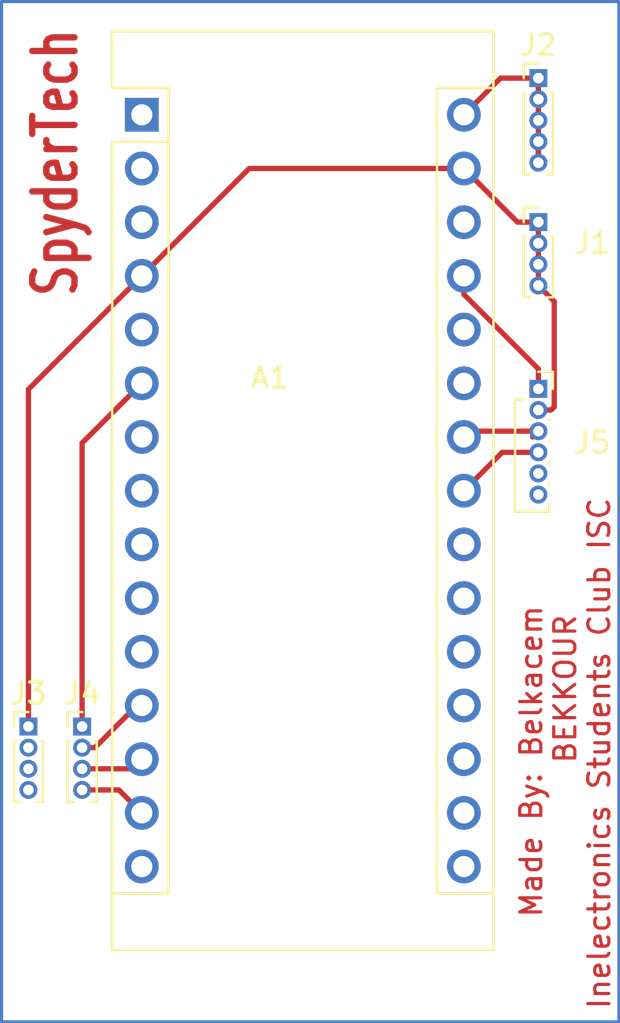
<source format=kicad_pcb>
(kicad_pcb (version 20171130) (host pcbnew "(5.1.10)-1")

  (general
    (thickness 1.6)
    (drawings 7)
    (tracks 37)
    (zones 0)
    (modules 6)
    (nets 32)
  )

  (page A4)
  (layers
    (0 F.Cu signal)
    (31 B.Cu signal)
    (32 B.Adhes user)
    (33 F.Adhes user)
    (34 B.Paste user)
    (35 F.Paste user)
    (36 B.SilkS user)
    (37 F.SilkS user)
    (38 B.Mask user)
    (39 F.Mask user)
    (40 Dwgs.User user)
    (41 Cmts.User user)
    (42 Eco1.User user)
    (43 Eco2.User user)
    (44 Edge.Cuts user)
    (45 Margin user)
    (46 B.CrtYd user)
    (47 F.CrtYd user)
    (48 B.Fab user)
    (49 F.Fab user)
  )

  (setup
    (last_trace_width 0.25)
    (trace_clearance 0.2)
    (zone_clearance 0.508)
    (zone_45_only no)
    (trace_min 0.2)
    (via_size 0.8)
    (via_drill 0.4)
    (via_min_size 0.4)
    (via_min_drill 0.3)
    (uvia_size 0.3)
    (uvia_drill 0.1)
    (uvias_allowed no)
    (uvia_min_size 0.2)
    (uvia_min_drill 0.1)
    (edge_width 0.05)
    (segment_width 0.2)
    (pcb_text_width 0.3)
    (pcb_text_size 1.5 1.5)
    (mod_edge_width 0.12)
    (mod_text_size 1 1)
    (mod_text_width 0.15)
    (pad_size 1.524 1.524)
    (pad_drill 0.762)
    (pad_to_mask_clearance 0)
    (aux_axis_origin 0 0)
    (visible_elements 7FFFFFFF)
    (pcbplotparams
      (layerselection 0x010fc_ffffffff)
      (usegerberextensions false)
      (usegerberattributes true)
      (usegerberadvancedattributes true)
      (creategerberjobfile true)
      (excludeedgelayer true)
      (linewidth 0.100000)
      (plotframeref false)
      (viasonmask false)
      (mode 1)
      (useauxorigin false)
      (hpglpennumber 1)
      (hpglpenspeed 20)
      (hpglpendiameter 15.000000)
      (psnegative false)
      (psa4output false)
      (plotreference true)
      (plotvalue true)
      (plotinvisibletext false)
      (padsonsilk false)
      (subtractmaskfromsilk false)
      (outputformat 1)
      (mirror false)
      (drillshape 1)
      (scaleselection 1)
      (outputdirectory ""))
  )

  (net 0 "")
  (net 1 "Net-(A1-Pad1)")
  (net 2 "Net-(A1-Pad17)")
  (net 3 "Net-(A1-Pad2)")
  (net 4 "Net-(A1-Pad18)")
  (net 5 "Net-(A1-Pad3)")
  (net 6 "Net-(A1-Pad19)")
  (net 7 "Net-(A1-Pad29)")
  (net 8 "Net-(A1-Pad20)")
  (net 9 "Net-(A1-Pad5)")
  (net 10 "Net-(A1-Pad21)")
  (net 11 "Net-(A1-Pad6)")
  (net 12 "Net-(A1-Pad22)")
  (net 13 "Net-(A1-Pad7)")
  (net 14 "Net-(A1-Pad23)")
  (net 15 "Net-(A1-Pad8)")
  (net 16 "Net-(A1-Pad24)")
  (net 17 "Net-(A1-Pad9)")
  (net 18 "Net-(A1-Pad25)")
  (net 19 "Net-(A1-Pad10)")
  (net 20 "Net-(A1-Pad26)")
  (net 21 "Net-(A1-Pad11)")
  (net 22 "Net-(A1-Pad27)")
  (net 23 "Net-(A1-Pad12)")
  (net 24 "Net-(A1-Pad28)")
  (net 25 "Net-(A1-Pad13)")
  (net 26 "Net-(A1-Pad14)")
  (net 27 "Net-(A1-Pad30)")
  (net 28 "Net-(A1-Pad15)")
  (net 29 "Net-(A1-Pad16)")
  (net 30 "Net-(J5-Pad5)")
  (net 31 "Net-(J5-Pad6)")

  (net_class Default "This is the default net class."
    (clearance 0.2)
    (trace_width 0.25)
    (via_dia 0.8)
    (via_drill 0.4)
    (uvia_dia 0.3)
    (uvia_drill 0.1)
    (add_net "Net-(A1-Pad1)")
    (add_net "Net-(A1-Pad10)")
    (add_net "Net-(A1-Pad11)")
    (add_net "Net-(A1-Pad12)")
    (add_net "Net-(A1-Pad13)")
    (add_net "Net-(A1-Pad14)")
    (add_net "Net-(A1-Pad15)")
    (add_net "Net-(A1-Pad16)")
    (add_net "Net-(A1-Pad17)")
    (add_net "Net-(A1-Pad18)")
    (add_net "Net-(A1-Pad19)")
    (add_net "Net-(A1-Pad2)")
    (add_net "Net-(A1-Pad20)")
    (add_net "Net-(A1-Pad21)")
    (add_net "Net-(A1-Pad22)")
    (add_net "Net-(A1-Pad23)")
    (add_net "Net-(A1-Pad24)")
    (add_net "Net-(A1-Pad25)")
    (add_net "Net-(A1-Pad26)")
    (add_net "Net-(A1-Pad27)")
    (add_net "Net-(A1-Pad28)")
    (add_net "Net-(A1-Pad29)")
    (add_net "Net-(A1-Pad3)")
    (add_net "Net-(A1-Pad30)")
    (add_net "Net-(A1-Pad5)")
    (add_net "Net-(A1-Pad6)")
    (add_net "Net-(A1-Pad7)")
    (add_net "Net-(A1-Pad8)")
    (add_net "Net-(A1-Pad9)")
    (add_net "Net-(J5-Pad5)")
    (add_net "Net-(J5-Pad6)")
  )

  (module Module:Arduino_Nano_WithMountingHoles (layer F.Cu) (tedit 58ACAF99) (tstamp 6143E3FF)
    (at 183.165001 91.715001)
    (descr "Arduino Nano, http://www.mouser.com/pdfdocs/Gravitech_Arduino_Nano3_0.pdf")
    (tags "Arduino Nano")
    (path /6143AF41)
    (fp_text reference A1 (at 6.064999 12.424999) (layer F.SilkS)
      (effects (font (size 1 1) (thickness 0.15)))
    )
    (fp_text value " " (at 8.89 15.24 90) (layer F.Fab)
      (effects (font (size 1 1) (thickness 0.15)))
    )
    (fp_line (start 16.75 42.16) (end -1.53 42.16) (layer F.CrtYd) (width 0.05))
    (fp_line (start 16.75 42.16) (end 16.75 -4.06) (layer F.CrtYd) (width 0.05))
    (fp_line (start -1.53 -4.06) (end -1.53 42.16) (layer F.CrtYd) (width 0.05))
    (fp_line (start -1.53 -4.06) (end 16.75 -4.06) (layer F.CrtYd) (width 0.05))
    (fp_line (start 16.51 -3.81) (end 16.51 39.37) (layer F.Fab) (width 0.1))
    (fp_line (start 0 -3.81) (end 16.51 -3.81) (layer F.Fab) (width 0.1))
    (fp_line (start -1.27 -2.54) (end 0 -3.81) (layer F.Fab) (width 0.1))
    (fp_line (start -1.27 39.37) (end -1.27 -2.54) (layer F.Fab) (width 0.1))
    (fp_line (start 16.51 39.37) (end -1.27 39.37) (layer F.Fab) (width 0.1))
    (fp_line (start 16.64 -3.94) (end -1.4 -3.94) (layer F.SilkS) (width 0.12))
    (fp_line (start 16.64 39.5) (end 16.64 -3.94) (layer F.SilkS) (width 0.12))
    (fp_line (start -1.4 39.5) (end 16.64 39.5) (layer F.SilkS) (width 0.12))
    (fp_line (start 3.81 41.91) (end 3.81 31.75) (layer F.Fab) (width 0.1))
    (fp_line (start 11.43 41.91) (end 3.81 41.91) (layer F.Fab) (width 0.1))
    (fp_line (start 11.43 31.75) (end 11.43 41.91) (layer F.Fab) (width 0.1))
    (fp_line (start 3.81 31.75) (end 11.43 31.75) (layer F.Fab) (width 0.1))
    (fp_line (start 1.27 36.83) (end -1.4 36.83) (layer F.SilkS) (width 0.12))
    (fp_line (start 1.27 1.27) (end 1.27 36.83) (layer F.SilkS) (width 0.12))
    (fp_line (start 1.27 1.27) (end -1.4 1.27) (layer F.SilkS) (width 0.12))
    (fp_line (start 13.97 36.83) (end 16.64 36.83) (layer F.SilkS) (width 0.12))
    (fp_line (start 13.97 -1.27) (end 13.97 36.83) (layer F.SilkS) (width 0.12))
    (fp_line (start 13.97 -1.27) (end 16.64 -1.27) (layer F.SilkS) (width 0.12))
    (fp_line (start -1.4 -3.94) (end -1.4 -1.27) (layer F.SilkS) (width 0.12))
    (fp_line (start -1.4 1.27) (end -1.4 39.5) (layer F.SilkS) (width 0.12))
    (fp_line (start 1.27 -1.27) (end -1.4 -1.27) (layer F.SilkS) (width 0.12))
    (fp_line (start 1.27 1.27) (end 1.27 -1.27) (layer F.SilkS) (width 0.12))
    (fp_text user %R (at 6.35 16.51 90) (layer F.Fab)
      (effects (font (size 1 1) (thickness 0.15)))
    )
    (pad 1 thru_hole rect (at 0 0) (size 1.6 1.6) (drill 1) (layers *.Cu *.Mask)
      (net 1 "Net-(A1-Pad1)"))
    (pad 17 thru_hole oval (at 15.24 33.02) (size 1.6 1.6) (drill 1) (layers *.Cu *.Mask)
      (net 2 "Net-(A1-Pad17)"))
    (pad 2 thru_hole oval (at 0 2.54) (size 1.6 1.6) (drill 1) (layers *.Cu *.Mask)
      (net 3 "Net-(A1-Pad2)"))
    (pad 18 thru_hole oval (at 15.24 30.48) (size 1.6 1.6) (drill 1) (layers *.Cu *.Mask)
      (net 4 "Net-(A1-Pad18)"))
    (pad 3 thru_hole oval (at 0 5.08) (size 1.6 1.6) (drill 1) (layers *.Cu *.Mask)
      (net 5 "Net-(A1-Pad3)"))
    (pad 19 thru_hole oval (at 15.24 27.94) (size 1.6 1.6) (drill 1) (layers *.Cu *.Mask)
      (net 6 "Net-(A1-Pad19)"))
    (pad 4 thru_hole oval (at 0 7.62) (size 1.6 1.6) (drill 1) (layers *.Cu *.Mask)
      (net 7 "Net-(A1-Pad29)"))
    (pad 20 thru_hole oval (at 15.24 25.4) (size 1.6 1.6) (drill 1) (layers *.Cu *.Mask)
      (net 8 "Net-(A1-Pad20)"))
    (pad 5 thru_hole oval (at 0 10.16) (size 1.6 1.6) (drill 1) (layers *.Cu *.Mask)
      (net 9 "Net-(A1-Pad5)"))
    (pad 21 thru_hole oval (at 15.24 22.86) (size 1.6 1.6) (drill 1) (layers *.Cu *.Mask)
      (net 10 "Net-(A1-Pad21)"))
    (pad 6 thru_hole oval (at 0 12.7) (size 1.6 1.6) (drill 1) (layers *.Cu *.Mask)
      (net 11 "Net-(A1-Pad6)"))
    (pad 22 thru_hole oval (at 15.24 20.32) (size 1.6 1.6) (drill 1) (layers *.Cu *.Mask)
      (net 12 "Net-(A1-Pad22)"))
    (pad 7 thru_hole oval (at 0 15.24) (size 1.6 1.6) (drill 1) (layers *.Cu *.Mask)
      (net 13 "Net-(A1-Pad7)"))
    (pad 23 thru_hole oval (at 15.24 17.78) (size 1.6 1.6) (drill 1) (layers *.Cu *.Mask)
      (net 14 "Net-(A1-Pad23)"))
    (pad 8 thru_hole oval (at 0 17.78) (size 1.6 1.6) (drill 1) (layers *.Cu *.Mask)
      (net 15 "Net-(A1-Pad8)"))
    (pad 24 thru_hole oval (at 15.24 15.24) (size 1.6 1.6) (drill 1) (layers *.Cu *.Mask)
      (net 16 "Net-(A1-Pad24)"))
    (pad 9 thru_hole oval (at 0 20.32) (size 1.6 1.6) (drill 1) (layers *.Cu *.Mask)
      (net 17 "Net-(A1-Pad9)"))
    (pad 25 thru_hole oval (at 15.24 12.7) (size 1.6 1.6) (drill 1) (layers *.Cu *.Mask)
      (net 18 "Net-(A1-Pad25)"))
    (pad 10 thru_hole oval (at 0 22.86) (size 1.6 1.6) (drill 1) (layers *.Cu *.Mask)
      (net 19 "Net-(A1-Pad10)"))
    (pad 26 thru_hole oval (at 15.24 10.16) (size 1.6 1.6) (drill 1) (layers *.Cu *.Mask)
      (net 20 "Net-(A1-Pad26)"))
    (pad 11 thru_hole oval (at 0 25.4) (size 1.6 1.6) (drill 1) (layers *.Cu *.Mask)
      (net 21 "Net-(A1-Pad11)"))
    (pad 27 thru_hole oval (at 15.24 7.62) (size 1.6 1.6) (drill 1) (layers *.Cu *.Mask)
      (net 22 "Net-(A1-Pad27)"))
    (pad 12 thru_hole oval (at 0 27.94) (size 1.6 1.6) (drill 1) (layers *.Cu *.Mask)
      (net 23 "Net-(A1-Pad12)"))
    (pad 28 thru_hole oval (at 15.24 5.08) (size 1.6 1.6) (drill 1) (layers *.Cu *.Mask)
      (net 24 "Net-(A1-Pad28)"))
    (pad 13 thru_hole oval (at 0 30.48) (size 1.6 1.6) (drill 1) (layers *.Cu *.Mask)
      (net 25 "Net-(A1-Pad13)"))
    (pad 29 thru_hole oval (at 15.24 2.54) (size 1.6 1.6) (drill 1) (layers *.Cu *.Mask)
      (net 7 "Net-(A1-Pad29)"))
    (pad 14 thru_hole oval (at 0 33.02) (size 1.6 1.6) (drill 1) (layers *.Cu *.Mask)
      (net 26 "Net-(A1-Pad14)"))
    (pad 30 thru_hole oval (at 15.24 0) (size 1.6 1.6) (drill 1) (layers *.Cu *.Mask)
      (net 27 "Net-(A1-Pad30)"))
    (pad 15 thru_hole oval (at 0 35.56) (size 1.6 1.6) (drill 1) (layers *.Cu *.Mask)
      (net 28 "Net-(A1-Pad15)"))
    (pad 16 thru_hole oval (at 15.24 35.56) (size 1.6 1.6) (drill 1) (layers *.Cu *.Mask)
      (net 29 "Net-(A1-Pad16)"))
    (pad "" np_thru_hole circle (at 0 -2.54) (size 1.78 1.78) (drill 1.78) (layers *.Cu *.Mask))
    (pad "" np_thru_hole circle (at 15.24 -2.54) (size 1.78 1.78) (drill 1.78) (layers *.Cu *.Mask))
    (pad "" np_thru_hole circle (at 15.24 38.1) (size 1.78 1.78) (drill 1.78) (layers *.Cu *.Mask))
    (pad "" np_thru_hole circle (at 0 38.1) (size 1.78 1.78) (drill 1.78) (layers *.Cu *.Mask))
    (model ${KISYS3DMOD}/Module.3dshapes/Arduino_Nano_WithMountingHoles.wrl
      (at (xyz 0 0 0))
      (scale (xyz 1 1 1))
      (rotate (xyz 0 0 0))
    )
  )

  (module Connector_PinHeader_1.00mm:PinHeader_1x04_P1.00mm_Vertical (layer F.Cu) (tedit 59FED738) (tstamp 6143E419)
    (at 201.93 96.79)
    (descr "Through hole straight pin header, 1x04, 1.00mm pitch, single row")
    (tags "Through hole pin header THT 1x04 1.00mm single row")
    (path /6144B51E)
    (fp_text reference J1 (at 2.54 1) (layer F.SilkS)
      (effects (font (size 1 1) (thickness 0.15)))
    )
    (fp_text value " " (at 0 4.56) (layer F.Fab)
      (effects (font (size 1 1) (thickness 0.15)))
    )
    (fp_line (start 1.15 -1) (end -1.15 -1) (layer F.CrtYd) (width 0.05))
    (fp_line (start 1.15 4) (end 1.15 -1) (layer F.CrtYd) (width 0.05))
    (fp_line (start -1.15 4) (end 1.15 4) (layer F.CrtYd) (width 0.05))
    (fp_line (start -1.15 -1) (end -1.15 4) (layer F.CrtYd) (width 0.05))
    (fp_line (start -0.695 -0.685) (end 0 -0.685) (layer F.SilkS) (width 0.12))
    (fp_line (start -0.695 0) (end -0.695 -0.685) (layer F.SilkS) (width 0.12))
    (fp_line (start 0.608276 0.685) (end 0.695 0.685) (layer F.SilkS) (width 0.12))
    (fp_line (start -0.695 0.685) (end -0.608276 0.685) (layer F.SilkS) (width 0.12))
    (fp_line (start 0.695 0.685) (end 0.695 3.56) (layer F.SilkS) (width 0.12))
    (fp_line (start -0.695 0.685) (end -0.695 3.56) (layer F.SilkS) (width 0.12))
    (fp_line (start 0.394493 3.56) (end 0.695 3.56) (layer F.SilkS) (width 0.12))
    (fp_line (start -0.695 3.56) (end -0.394493 3.56) (layer F.SilkS) (width 0.12))
    (fp_line (start -0.635 -0.1825) (end -0.3175 -0.5) (layer F.Fab) (width 0.1))
    (fp_line (start -0.635 3.5) (end -0.635 -0.1825) (layer F.Fab) (width 0.1))
    (fp_line (start 0.635 3.5) (end -0.635 3.5) (layer F.Fab) (width 0.1))
    (fp_line (start 0.635 -0.5) (end 0.635 3.5) (layer F.Fab) (width 0.1))
    (fp_line (start -0.3175 -0.5) (end 0.635 -0.5) (layer F.Fab) (width 0.1))
    (fp_text user %R (at 0 1.5 90) (layer F.Fab)
      (effects (font (size 0.76 0.76) (thickness 0.114)))
    )
    (pad 1 thru_hole rect (at 0 0) (size 0.85 0.85) (drill 0.5) (layers *.Cu *.Mask)
      (net 7 "Net-(A1-Pad29)"))
    (pad 2 thru_hole oval (at 0 1) (size 0.85 0.85) (drill 0.5) (layers *.Cu *.Mask)
      (net 7 "Net-(A1-Pad29)"))
    (pad 3 thru_hole oval (at 0 2) (size 0.85 0.85) (drill 0.5) (layers *.Cu *.Mask)
      (net 7 "Net-(A1-Pad29)"))
    (pad 4 thru_hole oval (at 0 3) (size 0.85 0.85) (drill 0.5) (layers *.Cu *.Mask)
      (net 7 "Net-(A1-Pad29)"))
    (model ${KISYS3DMOD}/Connector_PinHeader_1.00mm.3dshapes/PinHeader_1x04_P1.00mm_Vertical.wrl
      (at (xyz 0 0 0))
      (scale (xyz 1 1 1))
      (rotate (xyz 0 0 0))
    )
  )

  (module Connector_PinHeader_1.00mm:PinHeader_1x05_P1.00mm_Vertical (layer F.Cu) (tedit 59FED738) (tstamp 6143E434)
    (at 201.93 89.98)
    (descr "Through hole straight pin header, 1x05, 1.00mm pitch, single row")
    (tags "Through hole pin header THT 1x05 1.00mm single row")
    (path /6145ACE5)
    (fp_text reference J2 (at 0 -1.56) (layer F.SilkS)
      (effects (font (size 1 1) (thickness 0.15)))
    )
    (fp_text value " " (at 0 5.56) (layer F.Fab)
      (effects (font (size 1 1) (thickness 0.15)))
    )
    (fp_line (start 1.15 -1) (end -1.15 -1) (layer F.CrtYd) (width 0.05))
    (fp_line (start 1.15 5) (end 1.15 -1) (layer F.CrtYd) (width 0.05))
    (fp_line (start -1.15 5) (end 1.15 5) (layer F.CrtYd) (width 0.05))
    (fp_line (start -1.15 -1) (end -1.15 5) (layer F.CrtYd) (width 0.05))
    (fp_line (start -0.695 -0.685) (end 0 -0.685) (layer F.SilkS) (width 0.12))
    (fp_line (start -0.695 0) (end -0.695 -0.685) (layer F.SilkS) (width 0.12))
    (fp_line (start 0.608276 0.685) (end 0.695 0.685) (layer F.SilkS) (width 0.12))
    (fp_line (start -0.695 0.685) (end -0.608276 0.685) (layer F.SilkS) (width 0.12))
    (fp_line (start 0.695 0.685) (end 0.695 4.56) (layer F.SilkS) (width 0.12))
    (fp_line (start -0.695 0.685) (end -0.695 4.56) (layer F.SilkS) (width 0.12))
    (fp_line (start 0.394493 4.56) (end 0.695 4.56) (layer F.SilkS) (width 0.12))
    (fp_line (start -0.695 4.56) (end -0.394493 4.56) (layer F.SilkS) (width 0.12))
    (fp_line (start -0.635 -0.1825) (end -0.3175 -0.5) (layer F.Fab) (width 0.1))
    (fp_line (start -0.635 4.5) (end -0.635 -0.1825) (layer F.Fab) (width 0.1))
    (fp_line (start 0.635 4.5) (end -0.635 4.5) (layer F.Fab) (width 0.1))
    (fp_line (start 0.635 -0.5) (end 0.635 4.5) (layer F.Fab) (width 0.1))
    (fp_line (start -0.3175 -0.5) (end 0.635 -0.5) (layer F.Fab) (width 0.1))
    (fp_text user %R (at 0 2 90) (layer F.Fab)
      (effects (font (size 0.76 0.76) (thickness 0.114)))
    )
    (pad 1 thru_hole rect (at 0 0) (size 0.85 0.85) (drill 0.5) (layers *.Cu *.Mask)
      (net 27 "Net-(A1-Pad30)"))
    (pad 2 thru_hole oval (at 0 1) (size 0.85 0.85) (drill 0.5) (layers *.Cu *.Mask)
      (net 27 "Net-(A1-Pad30)"))
    (pad 3 thru_hole oval (at 0 2) (size 0.85 0.85) (drill 0.5) (layers *.Cu *.Mask)
      (net 27 "Net-(A1-Pad30)"))
    (pad 4 thru_hole oval (at 0 3) (size 0.85 0.85) (drill 0.5) (layers *.Cu *.Mask)
      (net 27 "Net-(A1-Pad30)"))
    (pad 5 thru_hole oval (at 0 4) (size 0.85 0.85) (drill 0.5) (layers *.Cu *.Mask)
      (net 27 "Net-(A1-Pad30)"))
    (model ${KISYS3DMOD}/Connector_PinHeader_1.00mm.3dshapes/PinHeader_1x05_P1.00mm_Vertical.wrl
      (at (xyz 0 0 0))
      (scale (xyz 1 1 1))
      (rotate (xyz 0 0 0))
    )
  )

  (module Connector_PinHeader_1.00mm:PinHeader_1x04_P1.00mm_Vertical (layer F.Cu) (tedit 59FED738) (tstamp 6143E44E)
    (at 177.8 120.65)
    (descr "Through hole straight pin header, 1x04, 1.00mm pitch, single row")
    (tags "Through hole pin header THT 1x04 1.00mm single row")
    (path /6143DBF6)
    (fp_text reference J3 (at 0 -1.56) (layer F.SilkS)
      (effects (font (size 1 1) (thickness 0.15)))
    )
    (fp_text value " " (at 0 4.56) (layer F.Fab)
      (effects (font (size 1 1) (thickness 0.15)))
    )
    (fp_line (start -0.3175 -0.5) (end 0.635 -0.5) (layer F.Fab) (width 0.1))
    (fp_line (start 0.635 -0.5) (end 0.635 3.5) (layer F.Fab) (width 0.1))
    (fp_line (start 0.635 3.5) (end -0.635 3.5) (layer F.Fab) (width 0.1))
    (fp_line (start -0.635 3.5) (end -0.635 -0.1825) (layer F.Fab) (width 0.1))
    (fp_line (start -0.635 -0.1825) (end -0.3175 -0.5) (layer F.Fab) (width 0.1))
    (fp_line (start -0.695 3.56) (end -0.394493 3.56) (layer F.SilkS) (width 0.12))
    (fp_line (start 0.394493 3.56) (end 0.695 3.56) (layer F.SilkS) (width 0.12))
    (fp_line (start -0.695 0.685) (end -0.695 3.56) (layer F.SilkS) (width 0.12))
    (fp_line (start 0.695 0.685) (end 0.695 3.56) (layer F.SilkS) (width 0.12))
    (fp_line (start -0.695 0.685) (end -0.608276 0.685) (layer F.SilkS) (width 0.12))
    (fp_line (start 0.608276 0.685) (end 0.695 0.685) (layer F.SilkS) (width 0.12))
    (fp_line (start -0.695 0) (end -0.695 -0.685) (layer F.SilkS) (width 0.12))
    (fp_line (start -0.695 -0.685) (end 0 -0.685) (layer F.SilkS) (width 0.12))
    (fp_line (start -1.15 -1) (end -1.15 4) (layer F.CrtYd) (width 0.05))
    (fp_line (start -1.15 4) (end 1.15 4) (layer F.CrtYd) (width 0.05))
    (fp_line (start 1.15 4) (end 1.15 -1) (layer F.CrtYd) (width 0.05))
    (fp_line (start 1.15 -1) (end -1.15 -1) (layer F.CrtYd) (width 0.05))
    (fp_text user %R (at 0 1.5 90) (layer F.Fab)
      (effects (font (size 0.76 0.76) (thickness 0.114)))
    )
    (pad 4 thru_hole oval (at 0 3) (size 0.85 0.85) (drill 0.5) (layers *.Cu *.Mask)
      (net 7 "Net-(A1-Pad29)"))
    (pad 3 thru_hole oval (at 0 2) (size 0.85 0.85) (drill 0.5) (layers *.Cu *.Mask)
      (net 7 "Net-(A1-Pad29)"))
    (pad 2 thru_hole oval (at 0 1) (size 0.85 0.85) (drill 0.5) (layers *.Cu *.Mask)
      (net 7 "Net-(A1-Pad29)"))
    (pad 1 thru_hole rect (at 0 0) (size 0.85 0.85) (drill 0.5) (layers *.Cu *.Mask)
      (net 7 "Net-(A1-Pad29)"))
    (model ${KISYS3DMOD}/Connector_PinHeader_1.00mm.3dshapes/PinHeader_1x04_P1.00mm_Vertical.wrl
      (at (xyz 0 0 0))
      (scale (xyz 1 1 1))
      (rotate (xyz 0 0 0))
    )
  )

  (module Connector_PinHeader_1.00mm:PinHeader_1x04_P1.00mm_Vertical (layer F.Cu) (tedit 59FED738) (tstamp 6143E468)
    (at 180.34 120.65)
    (descr "Through hole straight pin header, 1x04, 1.00mm pitch, single row")
    (tags "Through hole pin header THT 1x04 1.00mm single row")
    (path /6143E414)
    (fp_text reference J4 (at 0 -1.56) (layer F.SilkS)
      (effects (font (size 1 1) (thickness 0.15)))
    )
    (fp_text value " " (at 0 4.56) (layer F.Fab)
      (effects (font (size 1 1) (thickness 0.15)))
    )
    (fp_line (start 1.15 -1) (end -1.15 -1) (layer F.CrtYd) (width 0.05))
    (fp_line (start 1.15 4) (end 1.15 -1) (layer F.CrtYd) (width 0.05))
    (fp_line (start -1.15 4) (end 1.15 4) (layer F.CrtYd) (width 0.05))
    (fp_line (start -1.15 -1) (end -1.15 4) (layer F.CrtYd) (width 0.05))
    (fp_line (start -0.695 -0.685) (end 0 -0.685) (layer F.SilkS) (width 0.12))
    (fp_line (start -0.695 0) (end -0.695 -0.685) (layer F.SilkS) (width 0.12))
    (fp_line (start 0.608276 0.685) (end 0.695 0.685) (layer F.SilkS) (width 0.12))
    (fp_line (start -0.695 0.685) (end -0.608276 0.685) (layer F.SilkS) (width 0.12))
    (fp_line (start 0.695 0.685) (end 0.695 3.56) (layer F.SilkS) (width 0.12))
    (fp_line (start -0.695 0.685) (end -0.695 3.56) (layer F.SilkS) (width 0.12))
    (fp_line (start 0.394493 3.56) (end 0.695 3.56) (layer F.SilkS) (width 0.12))
    (fp_line (start -0.695 3.56) (end -0.394493 3.56) (layer F.SilkS) (width 0.12))
    (fp_line (start -0.635 -0.1825) (end -0.3175 -0.5) (layer F.Fab) (width 0.1))
    (fp_line (start -0.635 3.5) (end -0.635 -0.1825) (layer F.Fab) (width 0.1))
    (fp_line (start 0.635 3.5) (end -0.635 3.5) (layer F.Fab) (width 0.1))
    (fp_line (start 0.635 -0.5) (end 0.635 3.5) (layer F.Fab) (width 0.1))
    (fp_line (start -0.3175 -0.5) (end 0.635 -0.5) (layer F.Fab) (width 0.1))
    (fp_text user %R (at 0 1.5 90) (layer F.Fab)
      (effects (font (size 0.76 0.76) (thickness 0.114)))
    )
    (pad 1 thru_hole rect (at 0 0) (size 0.85 0.85) (drill 0.5) (layers *.Cu *.Mask)
      (net 11 "Net-(A1-Pad6)"))
    (pad 2 thru_hole oval (at 0 1) (size 0.85 0.85) (drill 0.5) (layers *.Cu *.Mask)
      (net 23 "Net-(A1-Pad12)"))
    (pad 3 thru_hole oval (at 0 2) (size 0.85 0.85) (drill 0.5) (layers *.Cu *.Mask)
      (net 25 "Net-(A1-Pad13)"))
    (pad 4 thru_hole oval (at 0 3) (size 0.85 0.85) (drill 0.5) (layers *.Cu *.Mask)
      (net 26 "Net-(A1-Pad14)"))
    (model ${KISYS3DMOD}/Connector_PinHeader_1.00mm.3dshapes/PinHeader_1x04_P1.00mm_Vertical.wrl
      (at (xyz 0 0 0))
      (scale (xyz 1 1 1))
      (rotate (xyz 0 0 0))
    )
  )

  (module Connector_PinSocket_1.00mm:PinSocket_1x06_P1.00mm_Vertical (layer F.Cu) (tedit 5A19A41C) (tstamp 6143E486)
    (at 201.93 104.68)
    (descr "Through hole straight socket strip, 1x06, 1.00mm pitch, single row (https://gct.co/files/drawings/bc065.pdf), script generated")
    (tags "Through hole socket strip THT 1x06 1.00mm single row")
    (path /61443469)
    (fp_text reference J5 (at 2.54 2.54) (layer F.SilkS)
      (effects (font (size 1 1) (thickness 0.15)))
    )
    (fp_text value " " (at -0.29 7.25) (layer F.Fab)
      (effects (font (size 1 1) (thickness 0.15)))
    )
    (fp_line (start -1.54 6.25) (end -1.54 -1.25) (layer F.CrtYd) (width 0.05))
    (fp_line (start 0.96 6.25) (end -1.54 6.25) (layer F.CrtYd) (width 0.05))
    (fp_line (start 0.96 -1.25) (end 0.96 6.25) (layer F.CrtYd) (width 0.05))
    (fp_line (start -1.54 -1.25) (end 0.96 -1.25) (layer F.CrtYd) (width 0.05))
    (fp_line (start 0 -0.81) (end 0.685 -0.81) (layer F.SilkS) (width 0.12))
    (fp_line (start 0.685 -0.81) (end 0.685 0) (layer F.SilkS) (width 0.12))
    (fp_line (start 0.52 5.445898) (end 0.52 5.81) (layer F.SilkS) (width 0.12))
    (fp_line (start 0.52 4.445898) (end 0.52 4.554102) (layer F.SilkS) (width 0.12))
    (fp_line (start 0.52 3.445898) (end 0.52 3.554102) (layer F.SilkS) (width 0.12))
    (fp_line (start 0.52 2.445898) (end 0.52 2.554102) (layer F.SilkS) (width 0.12))
    (fp_line (start 0.52 1.445898) (end 0.52 1.554102) (layer F.SilkS) (width 0.12))
    (fp_line (start -1.1 5.81) (end 0.52 5.81) (layer F.SilkS) (width 0.12))
    (fp_line (start -1.1 0.5) (end -1.1 5.81) (layer F.SilkS) (width 0.12))
    (fp_line (start -1.1 0.5) (end -0.685 0.5) (layer F.SilkS) (width 0.12))
    (fp_line (start -1.04 5.75) (end -1.04 -0.75) (layer F.Fab) (width 0.1))
    (fp_line (start 0.46 5.75) (end -1.04 5.75) (layer F.Fab) (width 0.1))
    (fp_line (start 0.46 -0.375) (end 0.46 5.75) (layer F.Fab) (width 0.1))
    (fp_line (start 0.085 -0.75) (end 0.46 -0.375) (layer F.Fab) (width 0.1))
    (fp_line (start -1.04 -0.75) (end 0.085 -0.75) (layer F.Fab) (width 0.1))
    (fp_text user %R (at -0.29 2.5 90) (layer F.Fab)
      (effects (font (size 0.9 0.9) (thickness 0.14)))
    )
    (pad 1 thru_hole rect (at 0 0) (size 0.85 0.85) (drill 0.5) (layers *.Cu *.Mask)
      (net 22 "Net-(A1-Pad27)"))
    (pad 2 thru_hole oval (at 0 1) (size 0.85 0.85) (drill 0.5) (layers *.Cu *.Mask)
      (net 7 "Net-(A1-Pad29)"))
    (pad 3 thru_hole oval (at 0 2) (size 0.85 0.85) (drill 0.5) (layers *.Cu *.Mask)
      (net 16 "Net-(A1-Pad24)"))
    (pad 4 thru_hole oval (at 0 3) (size 0.85 0.85) (drill 0.5) (layers *.Cu *.Mask)
      (net 14 "Net-(A1-Pad23)"))
    (pad 5 thru_hole oval (at 0 4) (size 0.85 0.85) (drill 0.5) (layers *.Cu *.Mask)
      (net 30 "Net-(J5-Pad5)"))
    (pad 6 thru_hole oval (at 0 5) (size 0.85 0.85) (drill 0.5) (layers *.Cu *.Mask)
      (net 31 "Net-(J5-Pad6)"))
    (model ${KISYS3DMOD}/Connector_PinSocket_1.00mm.3dshapes/PinSocket_1x06_P1.00mm_Vertical.wrl
      (at (xyz 0 0 0))
      (scale (xyz 1 1 1))
      (rotate (xyz 0 0 0))
    )
  )

  (gr_line (start 176.53 134.62) (end 176.53 133.35) (layer B.Cu) (width 0.15) (tstamp 6143F3BB))
  (gr_line (start 205.74 134.62) (end 176.53 134.62) (layer B.Cu) (width 0.15))
  (gr_line (start 205.74 86.36) (end 205.74 134.62) (layer B.Cu) (width 0.15))
  (gr_line (start 176.53 86.36) (end 205.74 86.36) (layer B.Cu) (width 0.15))
  (gr_line (start 176.53 133.35) (end 176.53 86.36) (layer B.Cu) (width 0.15))
  (gr_text "Made By: Belkacem \n        BEKKOUR\nInelectronics Students Club ISC\n" (at 203.2 121.92 90) (layer F.Cu)
    (effects (font (size 1 1) (thickness 0.15)))
  )
  (gr_text SpyderTech (at 179.07 93.98 90) (layer F.Cu)
    (effects (font (size 2 1.5) (thickness 0.3)))
  )

  (segment (start 200.94 96.79) (end 201.93 96.79) (width 0.25) (layer F.Cu) (net 7))
  (segment (start 198.405001 94.255001) (end 200.94 96.79) (width 0.25) (layer F.Cu) (net 7))
  (segment (start 202.680001 100.540001) (end 201.93 99.79) (width 0.25) (layer F.Cu) (net 7))
  (segment (start 202.680001 105.531039) (end 202.680001 100.540001) (width 0.25) (layer F.Cu) (net 7))
  (segment (start 202.53104 105.68) (end 202.680001 105.531039) (width 0.25) (layer F.Cu) (net 7))
  (segment (start 201.93 105.68) (end 202.53104 105.68) (width 0.25) (layer F.Cu) (net 7))
  (segment (start 201.93 97.79) (end 201.93 96.79) (width 0.25) (layer F.Cu) (net 7))
  (segment (start 201.93 97.79) (end 201.93 98.79) (width 0.25) (layer F.Cu) (net 7))
  (segment (start 201.93 98.79) (end 201.93 99.06) (width 0.25) (layer F.Cu) (net 7))
  (segment (start 201.93 99.79) (end 201.93 99.06) (width 0.25) (layer F.Cu) (net 7))
  (segment (start 177.8 104.700002) (end 183.165001 99.335001) (width 0.25) (layer F.Cu) (net 7))
  (segment (start 177.8 120.65) (end 177.8 104.700002) (width 0.25) (layer F.Cu) (net 7) (status 40000))
  (segment (start 188.245001 94.255001) (end 183.165001 99.335001) (width 0.25) (layer F.Cu) (net 7))
  (segment (start 198.405001 94.255001) (end 188.245001 94.255001) (width 0.25) (layer F.Cu) (net 7))
  (segment (start 180.34 107.240002) (end 183.165001 104.415001) (width 0.25) (layer F.Cu) (net 11))
  (segment (start 180.34 120.65) (end 180.34 107.240002) (width 0.25) (layer F.Cu) (net 11))
  (segment (start 200.220002 107.68) (end 201.93 107.68) (width 0.25) (layer F.Cu) (net 14))
  (segment (start 198.405001 109.495001) (end 200.220002 107.68) (width 0.25) (layer F.Cu) (net 14))
  (segment (start 201.654999 106.955001) (end 201.93 106.68) (width 0.25) (layer F.Cu) (net 16))
  (segment (start 198.680002 106.68) (end 198.405001 106.955001) (width 0.25) (layer F.Cu) (net 16))
  (segment (start 201.93 106.68) (end 198.680002 106.68) (width 0.25) (layer F.Cu) (net 16))
  (segment (start 198.405001 100.209999) (end 198.405001 99.335001) (width 0.25) (layer F.Cu) (net 22))
  (segment (start 201.93 103.734998) (end 198.405001 100.209999) (width 0.25) (layer F.Cu) (net 22))
  (segment (start 201.93 104.68) (end 201.93 103.734998) (width 0.25) (layer F.Cu) (net 22))
  (segment (start 182.936039 119.655001) (end 183.165001 119.655001) (width 0.25) (layer F.Cu) (net 23))
  (segment (start 180.94104 121.65) (end 182.936039 119.655001) (width 0.25) (layer F.Cu) (net 23))
  (segment (start 180.34 121.65) (end 180.94104 121.65) (width 0.25) (layer F.Cu) (net 23))
  (segment (start 182.710002 122.65) (end 183.165001 122.195001) (width 0.25) (layer F.Cu) (net 25))
  (segment (start 180.34 122.65) (end 182.710002 122.65) (width 0.25) (layer F.Cu) (net 25))
  (segment (start 182.08 123.65) (end 183.165001 124.735001) (width 0.25) (layer F.Cu) (net 26))
  (segment (start 180.34 123.65) (end 182.08 123.65) (width 0.25) (layer F.Cu) (net 26))
  (segment (start 200.140002 89.98) (end 198.405001 91.715001) (width 0.25) (layer F.Cu) (net 27))
  (segment (start 201.93 89.98) (end 200.140002 89.98) (width 0.25) (layer F.Cu) (net 27))
  (segment (start 201.93 89.98) (end 201.93 93.98) (width 0.25) (layer F.Cu) (net 27))
  (segment (start 201.93 93.98) (end 201.93 92.98) (width 0.25) (layer F.Cu) (net 27))
  (segment (start 201.93 91.98) (end 201.93 90.98) (width 0.25) (layer F.Cu) (net 27))
  (segment (start 201.93 90.98) (end 201.93 89.98) (width 0.25) (layer F.Cu) (net 27))

)

</source>
